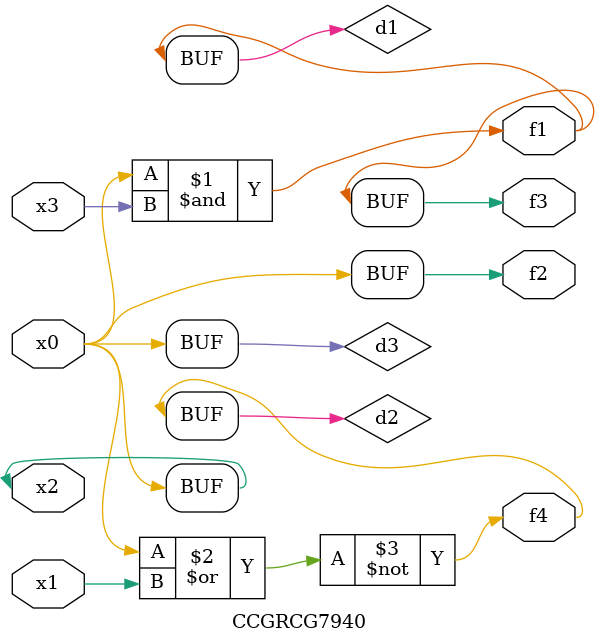
<source format=v>
module CCGRCG7940(
	input x0, x1, x2, x3,
	output f1, f2, f3, f4
);

	wire d1, d2, d3;

	and (d1, x2, x3);
	nor (d2, x0, x1);
	buf (d3, x0, x2);
	assign f1 = d1;
	assign f2 = d3;
	assign f3 = d1;
	assign f4 = d2;
endmodule

</source>
